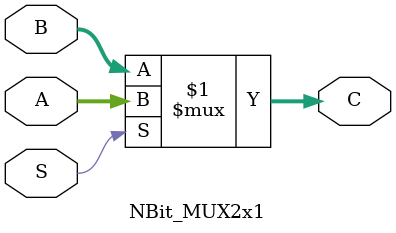
<source format=v>
`timescale 1ns / 1ps


module NBit_MUX2x1  #(parameter N = 32) (input [N-1:0]A, B,input S, output  [N-1:0]C);  
      
     assign  C = S?A:B;
      
    // always@(*)
    // begin 
    //     C = S?A:B;
    // end

endmodule



</source>
